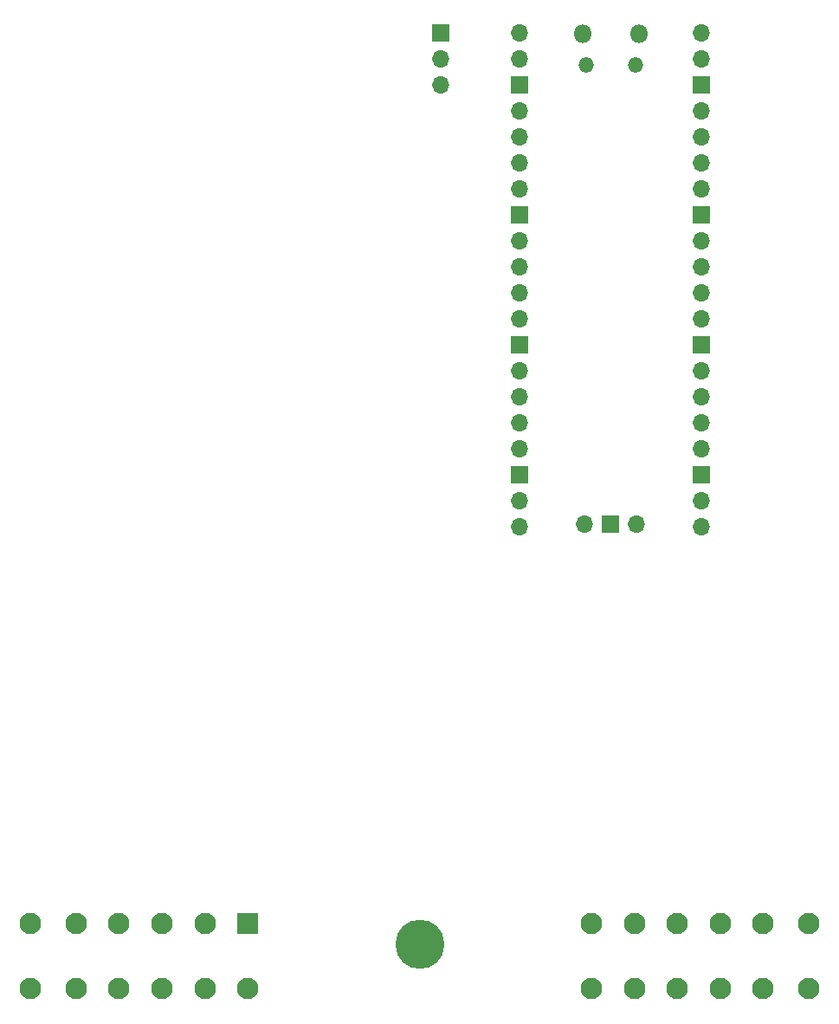
<source format=gbs>
G04 #@! TF.GenerationSoftware,KiCad,Pcbnew,(6.0.5-0)*
G04 #@! TF.CreationDate,2023-01-01T23:21:56+00:00*
G04 #@! TF.ProjectId,bms,626d732e-6b69-4636-9164-5f7063625858,rev?*
G04 #@! TF.SameCoordinates,Original*
G04 #@! TF.FileFunction,Soldermask,Bot*
G04 #@! TF.FilePolarity,Negative*
%FSLAX46Y46*%
G04 Gerber Fmt 4.6, Leading zero omitted, Abs format (unit mm)*
G04 Created by KiCad (PCBNEW (6.0.5-0)) date 2023-01-01 23:21:56*
%MOMM*%
%LPD*%
G01*
G04 APERTURE LIST*
%ADD10C,2.100000*%
%ADD11R,2.100000X2.100000*%
%ADD12C,4.800000*%
%ADD13R,1.700000X1.700000*%
%ADD14O,1.700000X1.700000*%
%ADD15O,1.500000X1.500000*%
%ADD16O,1.800000X1.800000*%
G04 APERTURE END LIST*
D10*
X118255000Y-152376000D03*
X114055000Y-152376000D03*
X109855000Y-152376000D03*
X105655000Y-152376000D03*
X101455000Y-152376000D03*
X97030000Y-152376000D03*
X97030000Y-146026000D03*
X101455000Y-146026000D03*
X105655000Y-146026000D03*
X109855000Y-146026000D03*
X114055000Y-146026000D03*
D11*
X118255000Y-146026000D03*
D10*
X151855000Y-146026000D03*
X156055000Y-146026000D03*
X160255000Y-146026000D03*
X164455000Y-146026000D03*
X168655000Y-146026000D03*
X173080000Y-146026000D03*
X173080000Y-152376000D03*
X168655000Y-152376000D03*
X164455000Y-152376000D03*
X160255000Y-152376000D03*
X156055000Y-152376000D03*
X151855000Y-152376000D03*
D12*
X135055000Y-148006000D03*
D13*
X137160000Y-58928000D03*
D14*
X137160000Y-61468000D03*
X137160000Y-64008000D03*
D15*
X151318000Y-62088000D03*
X156168000Y-62088000D03*
D16*
X151018000Y-59058000D03*
X156468000Y-59058000D03*
D14*
X144853000Y-58928000D03*
X144853000Y-61468000D03*
D13*
X144853000Y-64008000D03*
D14*
X144853000Y-66548000D03*
X144853000Y-69088000D03*
X144853000Y-71628000D03*
X144853000Y-74168000D03*
D13*
X144853000Y-76708000D03*
D14*
X144853000Y-79248000D03*
X144853000Y-81788000D03*
X144853000Y-84328000D03*
X144853000Y-86868000D03*
D13*
X144853000Y-89408000D03*
D14*
X144853000Y-91948000D03*
X144853000Y-94488000D03*
X144853000Y-97028000D03*
X144853000Y-99568000D03*
D13*
X144853000Y-102108000D03*
D14*
X144853000Y-104648000D03*
X144853000Y-107188000D03*
X162633000Y-107188000D03*
X162633000Y-104648000D03*
D13*
X162633000Y-102108000D03*
D14*
X162633000Y-99568000D03*
X162633000Y-97028000D03*
X162633000Y-94488000D03*
X162633000Y-91948000D03*
D13*
X162633000Y-89408000D03*
D14*
X162633000Y-86868000D03*
X162633000Y-84328000D03*
X162633000Y-81788000D03*
X162633000Y-79248000D03*
D13*
X162633000Y-76708000D03*
D14*
X162633000Y-74168000D03*
X162633000Y-71628000D03*
X162633000Y-69088000D03*
X162633000Y-66548000D03*
D13*
X162633000Y-64008000D03*
D14*
X162633000Y-61468000D03*
X162633000Y-58928000D03*
X151203000Y-106958000D03*
D13*
X153743000Y-106958000D03*
D14*
X156283000Y-106958000D03*
M02*

</source>
